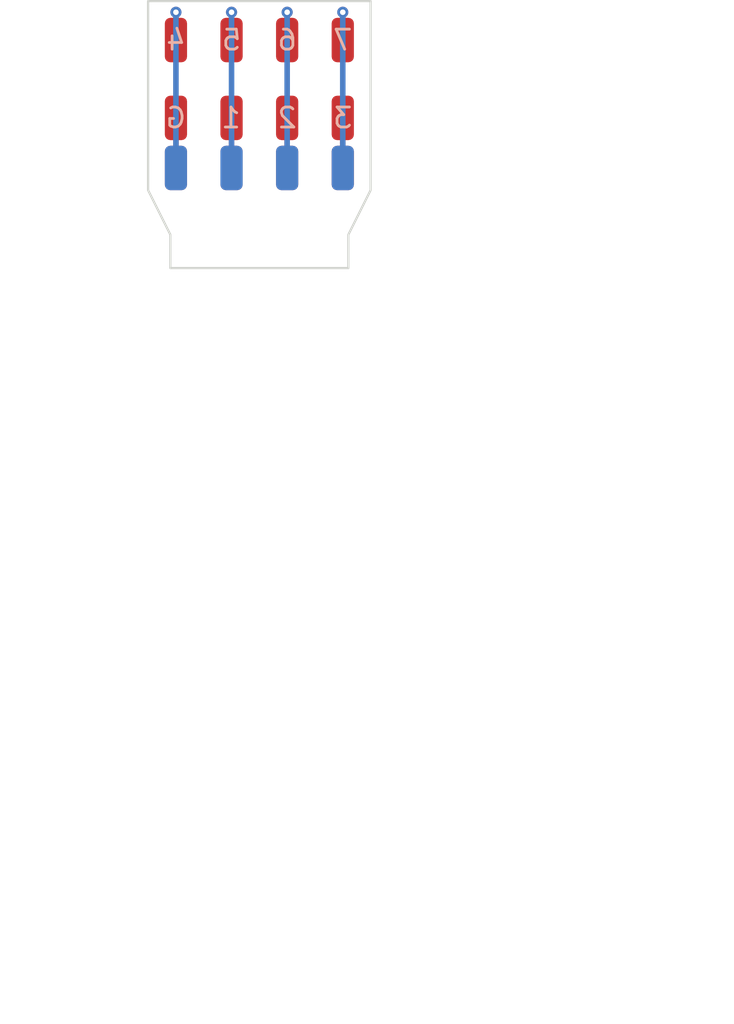
<source format=kicad_pcb>
(kicad_pcb (version 20211014) (generator pcbnew)
  (title_block (title "Spring Fingers") (comment 7 "2108693-4") (comment 8 "v1") (comment 9 "Author: Maria Gamez"))
  (layers (0 "F.Cu" signal) (31 "B.Cu" signal) (34 "B.Paste" user) (35 "F.Paste" user) (36 "B.SilkS" user "B.Silkscreen") (37 "F.SilkS" user "F.Silkscreen") (38 "B.Mask" user) (39 "F.Mask" user) (44 "Edge.Cuts" user))
  (net 0 "")
  (net 1 "/BV4")
  (net 2 "/BV5")
  (net 3 "/BV6")
  (net 4 "/BV7")
  (net 5 "/GND")
  (net 6 "/BV1")
  (net 7 "/BV2")
  (net 8 "/BV3")
  (footprint "ETL:SolderPad" (layer "F.Cu") (at 177.5 118.5 90)
    (fp_text reference "U8" hide)
    (fp_text value "SolderPad")
    (pad "1" smd roundrect (at 0 0 90) (size 2 1) (layers "F.Cu" "F.Paste" "F.Mask") (net 8 "/BV3"))
  )
  (footprint "ETL:SolderPad" (layer "F.Cu") (at 175 118.5 90)
    (fp_text reference "U1" hide)
    (fp_text value "SolderPad")
    (pad "1" smd roundrect (at 0 0 90) (size 2 1) (layers "F.Cu" "F.Paste" "F.Mask") (net 5 "/GND"))
  )
  (footprint "ETL:SolderPad" (layer "F.Cu") (at 182.5 118.5 90)
    (fp_text reference "U11" hide)
    (fp_text value "SolderPad")
    (pad "1" smd roundrect (at 0 0 90) (size 2 1) (layers "F.Cu" "F.Paste" "F.Mask") (net 2 "/BV5"))
  )
  (footprint "ETL:SolderPad" (layer "F.Cu") (at 182.5 120.75 -90)
    (fp_text reference "U11" hide)
    (fp_text value "SolderPad")
    (pad "1" smd roundrect (at 0 0 270) (size 2 1) (layers "F.Cu" "F.Paste" "F.Mask") (net 2 "/BV5"))
  )
  (footprint "ETL:SolderPad" (layer "F.Cu") (at 177.5 120.75 -90)
    (fp_text reference "U8" hide)
    (fp_text value "SolderPad")
    (pad "1" smd roundrect (at 0 0 270) (size 2 1) (layers "F.Cu" "F.Paste" "F.Mask") (net 8 "/BV3"))
  )
  (footprint "ETL:SolderPad" (layer "F.Cu") (at 175 120.75 -90)
    (fp_text reference "U1" hide)
    (fp_text value "SolderPad")
    (pad "1" smd roundrect locked (at 0 0 270) (size 2 1) (layers "F.Cu" "F.Paste" "F.Mask") (net 5 "/GND"))
  )
  (footprint "ETL:SolderPad" (layer "F.Cu") (at 180 120.75 -90)
    (fp_text reference "U4" hide)
    (fp_text value "SolderPad")
    (pad "1" smd roundrect (at 0 0 270) (size 2 1) (layers "F.Cu" "F.Paste" "F.Mask") (net 6 "/BV1"))
  )
  (footprint "ETL:SolderPad" (layer "F.Cu") (at 180 118.5 90)
    (fp_text reference "U4" hide)
    (fp_text value "SolderPad")
    (pad "1" smd roundrect (at 0 0 90) (size 2 1) (layers "F.Cu" "F.Paste" "F.Mask") (net 6 "/BV1"))
  )
  (footprint "ETL:SolderPad" (layer "F.Cu") (at 177.5 115 90)
    (fp_text reference "U10" hide)
    (fp_text value "SolderPad")
    (pad "1" smd roundrect (at 0 0 90) (size 2 1) (layers "F.Cu" "F.Paste" "F.Mask") (net 1 "/BV4"))
  )
  (footprint "ETL:SolderPad" (layer "F.Cu") (at 175 115 90)
    (fp_text reference "U15" hide)
    (fp_text value "SolderPad")
    (pad "1" smd roundrect (at 0 0 90) (size 2 1) (layers "F.Cu" "F.Paste" "F.Mask") (net 4 "/BV7"))
  )
  (footprint "ETL:SolderPad" (layer "F.Cu") (at 180 115 90)
    (fp_text reference "U13" hide)
    (fp_text value "SolderPad")
    (pad "1" smd roundrect (at 0 0 90) (size 2 1) (layers "F.Cu" "F.Paste" "F.Mask") (net 3 "/BV6"))
  )
  (footprint "ETL:SolderPad" (layer "F.Cu") (at 182.5 115 90)
    (fp_text reference "U6" hide)
    (fp_text value "SolderPad")
    (pad "1" smd roundrect (at 0 0 90) (size 2 1) (layers "F.Cu" "F.Paste" "F.Mask") (net 7 "/BV2"))
  )
  (footprint "ETL:SolderPad" (layer "B.Cu") (at 182.5 120.75 90)
    (fp_text reference "U6" hide)
    (fp_text value "SolderPad")
    (pad "1" smd roundrect (at 0 0 90) (size 2 1) (layers "B.Cu" "B.Paste" "B.Mask") (net 7 "/BV2"))
  )
  (footprint "ETL:SolderPad" (layer "B.Cu") (at 180 120.75 -90)
    (fp_text reference "U13" hide)
    (fp_text value "SolderPad")
    (pad "1" smd roundrect (at 0 0 270) (size 2 1) (layers "B.Cu" "B.Paste" "B.Mask") (net 3 "/BV6"))
  )
  (footprint "ETL:SolderPad" (layer "B.Cu") (at 175 120.75 -90)
    (fp_text reference "U15" hide)
    (fp_text value "SolderPad")
    (pad "1" smd roundrect (at 0 0 270) (size 2 1) (layers "B.Cu" "B.Paste" "B.Mask") (net 4 "/BV7"))
  )
  (footprint "ETL:SolderPad" (layer "B.Cu") (at 177.5 120.75 -90)
    (fp_text reference "U10" hide)
    (fp_text value "SolderPad")
    (pad "1" smd roundrect (at 0 0 270) (size 2 1) (layers "B.Cu" "B.Paste" "B.Mask") (net 1 "/BV4"))
  )
  (gr_poly (pts (xy 183.75 121.75) (xy 182.75 123.75) (xy 182.75 125.25) (xy 174.75 125.25) (xy 174.75 123.75) (xy 173.75 121.75) (xy 173.75 113.25) (xy 183.75 113.25)) (layer "Edge.Cuts") (width 0.1) (fill none))
  (gr_text "1" (at 177.474591 118.5) (layer "B.SilkS") (effects (font (size 0.9 0.9) (thickness 0.125)) (justify mirror)))
  (gr_text "3" (at 182.5 118.5) (layer "B.SilkS") (effects (font (size 0.9 0.9) (thickness 0.125)) (justify mirror)))
  (gr_text "4" (at 175 115) (layer "B.SilkS") (effects (font (size 0.9 0.9) (thickness 0.125)) (justify mirror)))
  (gr_text "7" (at 182.5 115) (layer "B.SilkS") (effects (font (size 0.9 0.9) (thickness 0.125)) (justify mirror)))
  (gr_text "5" (at 177.5 115) (layer "B.SilkS") (effects (font (size 0.9 0.9) (thickness 0.125)) (justify mirror)))
  (gr_text "6" (at 180 115) (layer "B.SilkS") (effects (font (size 0.9 0.9) (thickness 0.125)) (justify mirror)))
  (gr_text "G" (at 175 118.5) (layer "B.SilkS") (effects (font (size 0.9 0.9) (thickness 0.125)) (justify mirror)))
  (gr_text "2" (at 180 118.5) (layer "B.SilkS") (effects (font (size 0.9 0.9) (thickness 0.125)) (justify mirror)))
  (segment (start 177.5 113.75) (end 177.5 115) (width 0.25) (layer "F.Cu") (net 1))
  (via (at 177.5 113.75) (size 0.5) (drill 0.25) (layers "F.Cu" "B.Cu") (net 1))
  (segment (start 177.5 120.75) (end 177.5 113.75) (width 0.25) (layer "B.Cu") (net 1))
  (segment (start 182.5 120.75) (end 182.5 118.5) (width 0.25) (layer "F.Cu") (net 2))
  (segment (start 180 115) (end 180 113.75) (width 0.25) (layer "F.Cu") (net 3))
  (via (at 180 113.75) (size 0.5) (drill 0.25) (layers "F.Cu" "B.Cu") (net 3))
  (segment (start 180 113.75) (end 180 120.75) (width 0.25) (layer "B.Cu") (net 3))
  (segment (start 175 113.75) (end 175 115) (width 0.25) (layer "F.Cu") (net 4))
  (via (at 175 113.75) (size 0.5) (drill 0.25) (layers "F.Cu" "B.Cu") (net 4))
  (segment (start 175 120.75) (end 175 113.75) (width 0.25) (layer "B.Cu") (net 4))
  (segment (start 175 120.75) (end 175 118.5) (width 0.25) (layer "F.Cu") (net 5))
  (segment (start 180 120.75) (end 180 118.5) (width 0.25) (layer "F.Cu") (net 6))
  (segment (start 182.5 115) (end 182.5 113.75) (width 0.25) (layer "F.Cu") (net 7))
  (via (at 182.5 113.75) (size 0.5) (drill 0.25) (layers "F.Cu" "B.Cu") (net 7))
  (segment (start 182.5 113.75) (end 182.5 120.75) (width 0.25) (layer "B.Cu") (net 7))
  (segment (start 177.5 120.75) (end 177.5 118.5) (width 0.25) (layer "F.Cu") (net 8))
)
</source>
